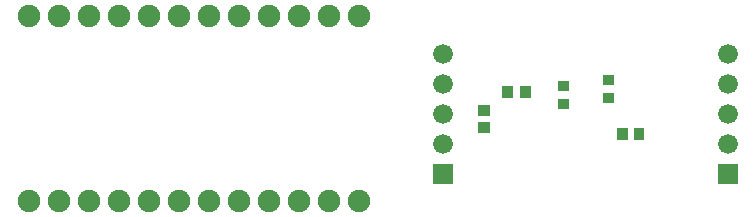
<source format=gbs>
G04 Layer: BottomSolderMaskLayer*
G04 EasyEDA v6.4.25, 2021-10-17T02:20:50+08:00*
G04 2ac7491e4d7b47ffaeae1aaf30646eaa,91c7be0e0535418db580a4ece6a21754,10*
G04 Gerber Generator version 0.2*
G04 Scale: 100 percent, Rotated: No, Reflected: No *
G04 Dimensions in millimeters *
G04 leading zeros omitted , absolute positions ,4 integer and 5 decimal *
%FSLAX45Y45*%
%MOMM*%

%ADD26C,1.6764*%
%ADD27R,1.6764X1.6764*%
%ADD28C,1.9016*%

%LPD*%
G36*
X4852161Y3403092D02*
G01*
X4852161Y3493262D01*
X4952238Y3493262D01*
X4952238Y3403092D01*
G37*
G36*
X4852161Y3263137D02*
G01*
X4852161Y3353307D01*
X4952238Y3353307D01*
X4952238Y3263137D01*
G37*
G36*
X6171691Y3202939D02*
G01*
X6171691Y3299460D01*
X6261861Y3299460D01*
X6261861Y3202939D01*
G37*
G36*
X6031738Y3202939D02*
G01*
X6031738Y3299460D01*
X6121908Y3299460D01*
X6121908Y3202939D01*
G37*
G36*
X5527040Y3460750D02*
G01*
X5527040Y3551428D01*
X5623559Y3551428D01*
X5623559Y3460750D01*
G37*
G36*
X5527040Y3611371D02*
G01*
X5527040Y3702050D01*
X5623559Y3702050D01*
X5623559Y3611371D01*
G37*
G36*
X5908040Y3511550D02*
G01*
X5908040Y3602228D01*
X6004559Y3602228D01*
X6004559Y3511550D01*
G37*
G36*
X5908040Y3662171D02*
G01*
X5908040Y3752850D01*
X6004559Y3752850D01*
X6004559Y3662171D01*
G37*
G36*
X5060950Y3558539D02*
G01*
X5060950Y3655060D01*
X5151627Y3655060D01*
X5151627Y3558539D01*
G37*
G36*
X5211572Y3558539D02*
G01*
X5211572Y3655060D01*
X5302250Y3655060D01*
X5302250Y3558539D01*
G37*
D26*
G01*
X4559300Y3924300D03*
G01*
X4559300Y3670300D03*
G01*
X4559300Y3416300D03*
G01*
X4559300Y3162300D03*
D27*
G01*
X4559300Y2908300D03*
D28*
G01*
X1054100Y2687091D03*
G01*
X1308100Y2687091D03*
G01*
X1562100Y2687091D03*
G01*
X1816100Y2687091D03*
G01*
X2070100Y2687091D03*
G01*
X2324100Y2687091D03*
G01*
X2578100Y2687091D03*
G01*
X2832100Y2687091D03*
G01*
X3086100Y2687091D03*
G01*
X3340100Y2687091D03*
G01*
X3594100Y2687091D03*
G01*
X3848100Y2687091D03*
G01*
X3848100Y4247108D03*
G01*
X3594100Y4247108D03*
G01*
X3340100Y4247108D03*
G01*
X3086100Y4247108D03*
G01*
X2832100Y4247108D03*
G01*
X2578100Y4247108D03*
G01*
X2324100Y4247108D03*
G01*
X2070100Y4247108D03*
G01*
X1816100Y4247108D03*
G01*
X1562100Y4247108D03*
G01*
X1308100Y4247108D03*
G01*
X1054100Y4247108D03*
D26*
G01*
X6972300Y3924302D03*
G01*
X6972300Y3670302D03*
G01*
X6972300Y3416302D03*
G01*
X6972300Y3162302D03*
D27*
G01*
X6972300Y2908302D03*
M02*

</source>
